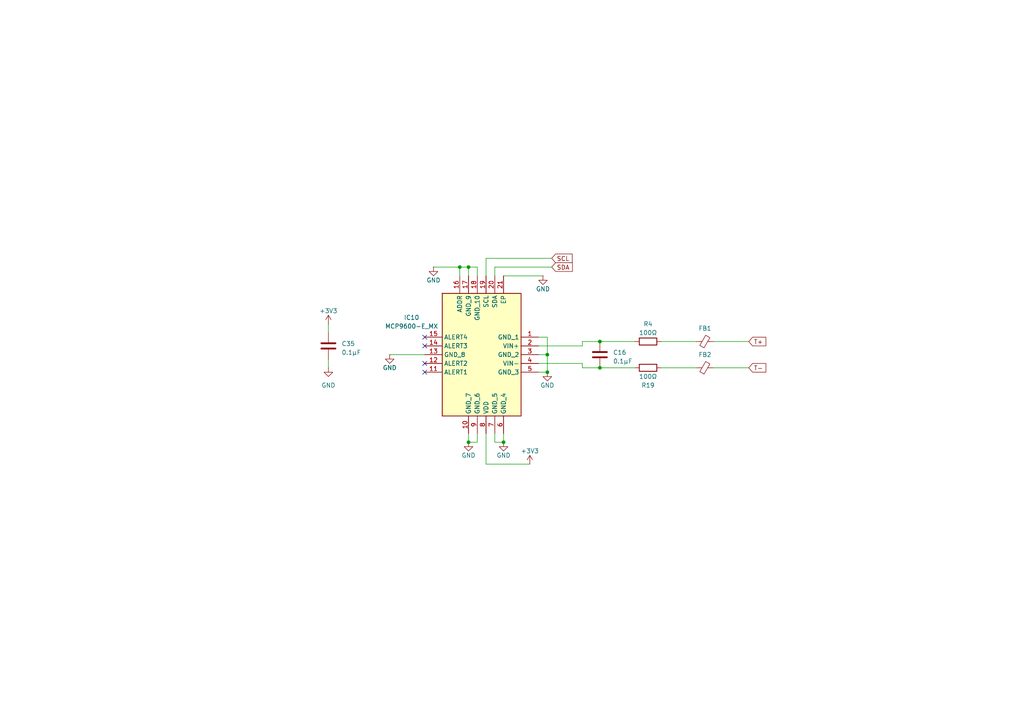
<source format=kicad_sch>
(kicad_sch (version 20250114) (generator "eeschema") (generator_version "9.0")
  (paper "A4")
  (lib_symbols
    (symbol "Device:C" (pin_numbers (hide yes)) (pin_names (offset 0.254))
      (property "Reference" "C" (at 0.635 2.54 0))
      (property "Value" "C" (at 0.635 -2.54 0))
      (symbol "C_0_1"
        (polyline (pts (xy -2.032 0.762) (xy 2.032 0.762)) (stroke (width 0.508)))
        (polyline (pts (xy -2.032 -0.762) (xy 2.032 -0.762)) (stroke (width 0.508)))
      )
      (symbol "C_1_1"
        (pin passive line (at 0 3.81 270) (length 2.794) (name "~") (number "1"))
        (pin passive line (at 0 -3.81 90) (length 2.794) (name "~") (number "2"))
      )
    )
    (symbol "Device:FerriteBead_Small" (pin_numbers (hide yes)) (pin_names (offset 0))
      (property "Reference" "FB" (at 1.905 1.27 0))
      (property "Value" "FerriteBead_Small" (at 1.905 -1.27 0))
      (symbol "FerriteBead_Small_0_1"
        (polyline (pts (xy -1.8288 0.2794) (xy -1.1176 1.4986) (xy 1.8288 -0.2032) (xy 1.1176 -1.4224) (xy -1.8288 0.2794)))
        (polyline (pts (xy 0 0.889) (xy 0 1.2954)))
        (polyline (pts (xy 0 -1.27) (xy 0 -0.7874)))
      )
      (symbol "FerriteBead_Small_1_1"
        (pin passive line (at 0 2.54 270) (length 1.27) (name "~") (number "1"))
        (pin passive line (at 0 -2.54 90) (length 1.27) (name "~") (number "2"))
      )
    )
    (symbol "Device:R" (pin_numbers (hide yes)) (pin_names (offset 0))
      (property "Reference" "R" (at 2.032 0 90))
      (property "Value" "R" (at 0 0 90))
      (symbol "R_0_1"
        (rectangle (start -1.016 -2.54) (end 1.016 2.54) (stroke (width 0.254)))
      )
      (symbol "R_1_1"
        (pin passive line (at 0 3.81 270) (length 1.27) (name "~") (number "1"))
        (pin passive line (at 0 -3.81 90) (length 1.27) (name "~") (number "2"))
      )
    )
    (symbol "MCP9600-E_MX:MCP9600-E_MX"
      (property "Reference" "IC" (at 29.21 17.78 0))
      (property "Value" "MCP9600-E_MX" (at 29.21 15.24 0))
      (symbol "MCP9600-E_MX_1_1"
        (rectangle (start 5.08 12.7) (end 27.94 -22.86) (stroke (width 0.254)) (fill (type background)))
        (pin passive line (at 0 0 0) (length 5.08) (name "GND_1") (number "1"))
        (pin passive line (at 0 -2.54 0) (length 5.08) (name "VIN+") (number "2"))
        (pin passive line (at 0 -5.08 0) (length 5.08) (name "GND_2") (number "3"))
        (pin passive line (at 0 -7.62 0) (length 5.08) (name "VIN-") (number "4"))
        (pin passive line (at 0 -10.16 0) (length 5.08) (name "GND_3") (number "5"))
        (pin passive line (at 10.16 17.78 270) (length 5.08) (name "EP") (number "21"))
        (pin passive line (at 10.16 -27.94 90) (length 5.08) (name "GND_4") (number "6"))
        (pin passive line (at 12.7 17.78 270) (length 5.08) (name "SDA") (number "20"))
        (pin passive line (at 12.7 -27.94 90) (length 5.08) (name "GND_5") (number "7"))
        (pin passive line (at 15.24 17.78 270) (length 5.08) (name "SCL") (number "19"))
        (pin passive line (at 15.24 -27.94 90) (length 5.08) (name "VDD") (number "8"))
        (pin passive line (at 17.78 17.78 270) (length 5.08) (name "GND_10") (number "18"))
        (pin passive line (at 17.78 -27.94 90) (length 5.08) (name "GND_6") (number "9"))
        (pin passive line (at 20.32 17.78 270) (length 5.08) (name "GND_9") (number "17"))
        (pin passive line (at 20.32 -27.94 90) (length 5.08) (name "GND_7") (number "10"))
        (pin passive line (at 22.86 17.78 270) (length 5.08) (name "ADDR") (number "16"))
        (pin passive line (at 33.02 0 180) (length 5.08) (name "ALERT4") (number "15"))
        (pin passive line (at 33.02 -2.54 180) (length 5.08) (name "ALERT3") (number "14"))
        (pin passive line (at 33.02 -5.08 180) (length 5.08) (name "GND_8") (number "13"))
        (pin passive line (at 33.02 -7.62 180) (length 5.08) (name "ALERT2") (number "12"))
        (pin passive line (at 33.02 -10.16 180) (length 5.08) (name "ALERT1") (number "11"))
      )
    )
    (symbol "power:+3V3" (power) (pin_numbers (hide yes)) (pin_names (offset 0) (hide yes))
      (property "Value" "+3V3" (at 0 3.556 0))
      (symbol "+3V3_0_1"
        (polyline (pts (xy -0.762 1.27) (xy 0 2.54)))
        (polyline (pts (xy 0 2.54) (xy 0.762 1.27)))
        (polyline (pts (xy 0 0) (xy 0 2.54)))
      )
      (symbol "+3V3_1_1"
        (pin power_in line (at 0 0 90) (length 0) (name "~") (number "1"))
      )
    )
    (symbol "power:GND" (power) (pin_numbers (hide yes)) (pin_names (offset 0) (hide yes))
      (property "Value" "GND" (at 0 -3.81 0))
      (symbol "GND_0_1"
        (polyline (pts (xy 0 0) (xy 0 -1.27) (xy 1.27 -1.27) (xy 0 -2.54) (xy -1.27 -1.27) (xy 0 -1.27)))
      )
      (symbol "GND_1_1"
        (pin power_in line (at 0 0 270) (length 0) (name "~") (number "1"))
      )
    )
  )
  (junction (at 135.89 77.47))
  (junction (at 133.35 77.47))
  (junction (at 158.75 102.87))
  (junction (at 146.05 128.27))
  (junction (at 158.75 107.95))
  (junction (at 173.99 99.06))
  (junction (at 173.99 106.68))
  (junction (at 135.89 128.27))
  (no_connect (at 123.19 97.79))
  (no_connect (at 123.19 105.41))
  (no_connect (at 123.19 107.95))
  (no_connect (at 123.19 100.33))
  (wire (pts (xy 168.91 106.68) (xy 173.99 106.68)))
  (wire (pts (xy 143.51 125.73) (xy 143.51 128.27)))
  (wire (pts (xy 143.51 80.01) (xy 143.51 77.47)))
  (wire (pts (xy 140.97 80.01) (xy 140.97 74.93)))
  (wire (pts (xy 207.01 99.06) (xy 217.17 99.06)))
  (wire (pts (xy 156.21 100.33) (xy 168.91 100.33)))
  (wire (pts (xy 158.75 107.95) (xy 156.21 107.95)))
  (wire (pts (xy 173.99 106.68) (xy 184.15 106.68)))
  (wire (pts (xy 140.97 125.73) (xy 140.97 134.62)))
  (wire (pts (xy 168.91 100.33) (xy 168.91 99.06)))
  (wire (pts (xy 168.91 99.06) (xy 173.99 99.06)))
  (wire (pts (xy 173.99 99.06) (xy 184.15 99.06)))
  (wire (pts (xy 113.03 102.87) (xy 123.19 102.87)))
  (wire (pts (xy 146.05 128.27) (xy 146.05 125.73)))
  (wire (pts (xy 156.21 105.41) (xy 168.91 105.41)))
  (wire (pts (xy 135.89 80.01) (xy 135.89 77.47)))
  (wire (pts (xy 158.75 102.87) (xy 158.75 107.95)))
  (wire (pts (xy 143.51 128.27) (xy 146.05 128.27)))
  (wire (pts (xy 191.77 106.68) (xy 201.93 106.68)))
  (wire (pts (xy 125.73 77.47) (xy 133.35 77.47)))
  (wire (pts (xy 158.75 102.87) (xy 156.21 102.87)))
  (wire (pts (xy 140.97 74.93) (xy 160.02 74.93)))
  (wire (pts (xy 138.43 128.27) (xy 138.43 125.73)))
  (wire (pts (xy 168.91 105.41) (xy 168.91 106.68)))
  (wire (pts (xy 146.05 80.01) (xy 157.48 80.01)))
  (wire (pts (xy 191.77 99.06) (xy 201.93 99.06)))
  (wire (pts (xy 135.89 77.47) (xy 138.43 77.47)))
  (wire (pts (xy 143.51 77.47) (xy 160.02 77.47)))
  (wire (pts (xy 207.01 106.68) (xy 217.17 106.68)))
  (wire (pts (xy 158.75 97.79) (xy 158.75 102.87)))
  (wire (pts (xy 135.89 128.27) (xy 138.43 128.27)))
  (wire (pts (xy 133.35 77.47) (xy 135.89 77.47)))
  (wire (pts (xy 95.25 93.98) (xy 95.25 96.52)))
  (wire (pts (xy 138.43 77.47) (xy 138.43 80.01)))
  (wire (pts (xy 135.89 125.73) (xy 135.89 128.27)))
  (wire (pts (xy 95.25 104.14) (xy 95.25 106.68)))
  (wire (pts (xy 133.35 77.47) (xy 133.35 80.01)))
  (wire (pts (xy 140.97 134.62) (xy 153.67 134.62)))
  (wire (pts (xy 156.21 97.79) (xy 158.75 97.79)))
  (global_label "SDA" (shape input) (at 160.02 77.47 0) (property "Intersheetrefs" "${INTERSHEET_REFS}" (effects (hide yes))))
  (global_label "T-" (shape input) (at 217.17 106.68 0) (property "Intersheetrefs" "${INTERSHEET_REFS}" (effects (hide yes))))
  (global_label "SCL" (shape input) (at 160.02 74.93 0) (property "Intersheetrefs" "${INTERSHEET_REFS}" (effects (hide yes))))
  (global_label "T+" (shape input) (at 217.17 99.06 0) (property "Intersheetrefs" "${INTERSHEET_REFS}" (effects (hide yes))))
  (symbol (lib_id "power:GND") (at 158.75 107.95 0) (unit 1)
    (property "Reference" "#PWR0128" (effects (hide yes)))
    (property "Value" "GND" (at 158.75 111.76 0))
    (property "Description" "Power symbol creates a global label with name \"GND\" , ground" (effects (hide yes)))
  )
  (symbol (lib_id "power:+3V3") (at 153.67 134.62 0) (unit 1)
    (property "Reference" "#PWR058" (effects (hide yes)))
    (property "Value" "+3V3" (at 153.67 130.81 0))
    (property "Description" "Power symbol creates a global label with name \"+3V3\"" (effects (hide yes)))
  )
  (symbol (lib_id "power:GND") (at 135.89 128.27 0) (unit 1)
    (property "Reference" "#PWR048" (effects (hide yes)))
    (property "Value" "GND" (at 135.89 132.08 0))
    (property "Description" "Power symbol creates a global label with name \"GND\" , ground" (effects (hide yes)))
  )
  (symbol (lib_id "power:+3V3") (at 95.25 93.98 0) (unit 1)
    (property "Reference" "#PWR0131" (effects (hide yes)))
    (property "Value" "+3V3" (at 95.25 90.17 0))
    (property "Description" "Power symbol creates a global label with name \"+3V3\"" (effects (hide yes)))
  )
  (symbol (lib_id "Device:R") (at 187.96 106.68 90) (mirror x) (unit 1)
    (property "Reference" "R19" (at 187.96 111.76 90))
    (property "Value" "100Ω" (at 187.96 109.22 90))
    (property "Footprint" "Resistor_SMD:R_0402_1005Metric" (effects (hide yes)))
  )
  (symbol (lib_id "power:GND") (at 146.05 128.27 0) (unit 1)
    (property "Reference" "#PWR057" (effects (hide yes)))
    (property "Value" "GND" (at 146.05 132.08 0))
    (property "Description" "Power symbol creates a global label with name \"GND\" , ground" (effects (hide yes)))
  )
  (symbol (lib_id "power:GND") (at 125.73 77.47 0) (unit 1)
    (property "Reference" "#PWR0129" (effects (hide yes)))
    (property "Value" "GND" (at 125.73 81.28 0))
    (property "Description" "Power symbol creates a global label with name \"GND\" , ground" (effects (hide yes)))
  )
  (symbol (lib_id "power:GND") (at 113.03 102.87 0) (unit 1)
    (property "Reference" "#PWR0130" (effects (hide yes)))
    (property "Value" "GND" (at 113.03 106.68 0))
    (property "Description" "Power symbol creates a global label with name \"GND\" , ground" (effects (hide yes)))
  )
  (symbol (lib_id "power:GND") (at 95.25 106.68 0) (unit 1)
    (property "Reference" "#PWR0132" (effects (hide yes)))
    (property "Value" "GND" (at 95.25 111.76 0))
    (property "Description" "Power symbol creates a global label with name \"GND\" , ground" (effects (hide yes)))
  )
  (symbol (lib_id "MCP9600-E_MX:MCP9600-E_MX") (at 156.21 97.79 0) (mirror y) (unit 1)
    (property "Reference" "IC10" (at 119.38 92.1003 0))
    (property "Value" "MCP9600-E_MX" (at 119.38 94.6403 0))
    (property "Footprint" "MCP9600-E_MX:QFN65P500X500X100-21N-D" (effects (hide yes)))
    (property "Datasheet" "https://datasheet.datasheetarchive.com/originals/distributors/DKDS41/DSANUWW0026539.pdf" (effects (hide yes)))
    (property "Height" "1" (effects (hide yes)))
    (property "Manufacturer_Name" "Microchip" (effects (hide yes)))
    (property "Manufacturer_Part_Number" "MCP9600-E/MX" (effects (hide yes)))
    (property "Mouser Part Number" "579-MCP9600-E/MX" (effects (hide yes)))
    (property "Mouser Price/Stock" "https://www.mouser.co.uk/ProductDetail/Microchip-Technology/MCP9600-E-MX?qs=ZEMkBHnybREkP7PCRsOOMQ%3D%3D" (effects (hide yes)))
    (property "Arrow Part Number" "MCP9600-E/MX" (effects (hide yes)))
    (property "Arrow Price/Stock" "https://www.arrow.com/en/products/mcp9600-emx/microchip-technology?region=nac" (effects (hide yes)))
  )
  (symbol (lib_id "Device:C") (at 95.25 100.33 0) (unit 1)
    (property "Reference" "C35" (at 99.06 99.695 0) (effects (justify left)))
    (property "Value" "0.1µF" (at 99.06 102.235 0) (effects (justify left)))
    (property "Footprint" "Capacitor_SMD:C_0402_1005Metric" (effects (hide yes)))
  )
  (symbol (lib_id "Device:R") (at 187.96 99.06 90) (unit 1)
    (property "Reference" "R4" (at 187.96 93.98 90))
    (property "Value" "100Ω" (at 187.96 96.52 90))
    (property "Footprint" "Resistor_SMD:R_0402_1005Metric" (effects (hide yes)))
  )
  (symbol (lib_id "Device:FerriteBead_Small") (at 204.47 99.06 90) (unit 1)
    (property "Reference" "FB1" (at 204.47 95.25 90))
    (property "Value" "BLM18PG121SN1D" (effects (hide yes)))
    (property "Footprint" "BLM18PG121SN1D:BLM18SP221SN1B" (effects (hide yes)))
  )
  (symbol (lib_id "Device:FerriteBead_Small") (at 204.47 106.68 90) (unit 1)
    (property "Reference" "FB2" (at 204.47 102.87 90))
    (property "Value" "BLM18PG121SN1D" (effects (hide yes)))
    (property "Footprint" "BLM18PG121SN1D:BLM18SP221SN1B" (effects (hide yes)))
  )
  (symbol (lib_id "power:GND") (at 157.48 80.01 0) (unit 1)
    (property "Reference" "#PWR080" (effects (hide yes)))
    (property "Value" "GND" (at 157.48 83.82 0))
    (property "Description" "Power symbol creates a global label with name \"GND\" , ground" (effects (hide yes)))
  )
  (symbol (lib_id "Device:C") (at 173.99 102.87 0) (unit 1)
    (property "Reference" "C16" (at 177.8 102.235 0) (effects (justify left)))
    (property "Value" "0.1µF" (at 177.8 104.775 0) (effects (justify left)))
    (property "Footprint" "Capacitor_SMD:C_0402_1005Metric" (effects (hide yes)))
  )
)
</source>
